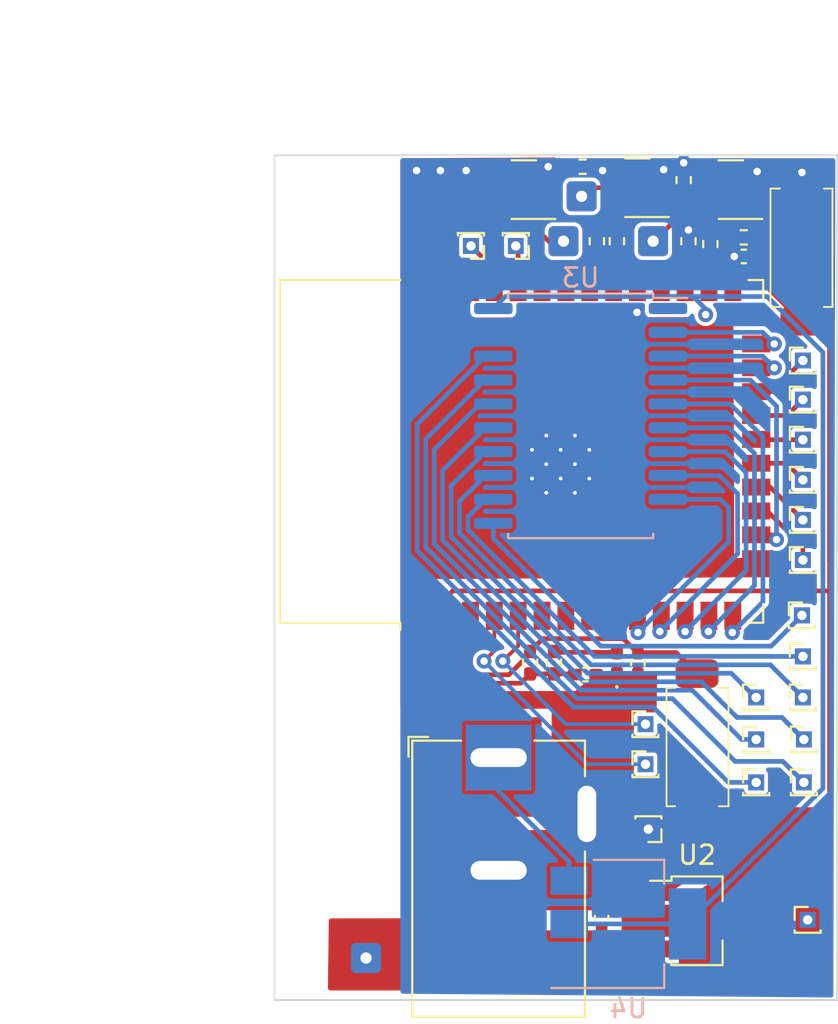
<source format=kicad_pcb>
(kicad_pcb (version 20221018) (generator pcbnew)
  (layers (0 "F.Cu" signal) (31 "B.Cu" signal) (34 "B.Paste" user) (35 "F.Paste" user) (36 "B.SilkS" user "B.Silkscreen") (37 "F.SilkS" user "F.Silkscreen") (38 "B.Mask" user) (39 "F.Mask" user) (44 "Edge.Cuts" user))
  (net 0 "")
  (net 1 "+3.3V")
  (net 2 "EN")
  (net 7 "IO0")
  (net 11 "TX")
  (net 12 "RX")
  (net 14 "+12V")
  (net 15 "GNDREF")
  (net 16 "LED-R")
  (net 17 "LED-G")
  (net 18 "LED-B")
  (net 19 "LED-B-Out")
  (net 20 "LED-R-Out")
  (net 21 "LED-G-Out")
  (net 22 "Net-(Q1-G)")
  (net 23 "Net-(Q2-G)")
  (net 24 "Net-(Q3-G)")
  (net 25 "Net-(D1-A)")
  (net 28 "Net-(J5-Pin_1)")
  (net 29 "+5V")
  (net 30 "Net-(J11-Pin_1)")
  (net 31 "Net-(J12-Pin_1)")
  (net 32 "Net-(J13-Pin_1)")
  (net 33 "Net-(J14-Pin_1)")
  (net 34 "Net-(J15-Pin_1)")
  (net 35 "Net-(J16-Pin_1)")
  (net 36 "Net-(J17-Pin_1)")
  (net 37 "SCS{slash}CMD")
  (net 38 "SCK{slash}SD3")
  (net 39 "SWP{slash}SD3")
  (net 40 "SHD{slash}SD2")
  (net 41 "SDI{slash}SD1")
  (net 42 "SDO{slash}SD0")
  (net 43 "Sensor_VN")
  (net 44 "Sensor_VP")
  (net 45 "RGB-8")
  (net 46 "RGB-7")
  (net 47 "RGB-4")
  (net 48 "RGB-6")
  (net 49 "RGB-5")
  (net 50 "RGB-2")
  (net 51 "RGB-1")
  (net 52 "RGB-3")
  (net 53 "U3-Dir")
  (footprint "Package_TO_SOT_SMD:SOT-23" (layer "F.Cu") (at 163.2435 86.6648 180)
    (fp_text reference "Q3" hide)
    (fp_text value "AO3400A" hide)
  )
  (footprint "Connector_PinHeader_1.00mm:PinHeader_1x01_P1.00mm_Vertical" (layer "F.Cu") (at 167.132 115.9256)
    (fp_text reference "J13" hide)
    (fp_text value "Conn_01x01" hide)
  )
  (footprint "Connector_PinHeader_1.00mm:PinHeader_1x01_P1.00mm_Vertical" (layer "F.Cu") (at 158.6992 117.2464)
    (fp_text reference "J25" hide)
    (fp_text value "Conn_01x01" hide)
  )
  (footprint "Connector_PinHeader_1.00mm:PinHeader_1x01_P1.00mm_Vertical" (layer "F.Cu") (at 167.0812 104.2416)
    (fp_text reference "J20" hide)
    (fp_text value "Conn_01x01" hide)
  )
  (footprint "Package_TO_SOT_SMD:SOT-23" (layer "F.Cu") (at 152.2199 86.6648 180)
    (fp_text reference "Q2" hide)
    (fp_text value "AO3400A" hide)
  )
  (footprint "Connector_PinHeader_1.00mm:PinHeader_1x01_P1.00mm_Vertical" (layer "F.Cu") (at 167.0812 99.9744)
    (fp_text reference "J19" hide)
    (fp_text value "Conn_01x01" hide)
  )
  (footprint "Connector_PinHeader_1.00mm:PinHeader_1x01_P1.00mm_Vertical" (layer "F.Cu") (at 167.0812 113.6904)
    (fp_text reference "J15" hide)
    (fp_text value "Conn_01x01" hide)
  )
  (footprint "Resistor_SMD:R_0402_1005Metric_Pad0.72x0.64mm_HandSolder" (layer "F.Cu") (at 153.8224 111.8403 90)
    (fp_text reference "R9" hide)
    (fp_text value "R" hide)
  )
  (footprint "Resistor_SMD:R_0402_1005Metric_Pad0.72x0.64mm_HandSolder" (layer "F.Cu") (at 155.3464 85.4456)
    (fp_text reference "R4" hide)
    (fp_text value "R=10kΩ" hide)
  )
  (footprint "Connector_PinHeader_1.00mm:PinHeader_1x01_P1.00mm_Vertical" (layer "F.Cu") (at 167.0812 95.758)
    (fp_text reference "J22" hide)
    (fp_text value "Conn_01x01" hide)
  )
  (footprint "Connector_PinHeader_1.00mm:PinHeader_1x01_P1.00mm_Vertical" (layer "F.Cu") (at 167.0812 106.3752)
    (fp_text reference "J21" hide)
    (fp_text value "Conn_01x01" hide)
  )
  (footprint "RF_Module:ESP32-WROOM-32" (layer "F.Cu") (at 155.087 100.5964 90)
    (fp_text reference "U1" hide)
    (fp_text value "ESP32-WROOM-32" hide)
  )
  (footprint "Connector_PinHeader_1.00mm:PinHeader_1x01_P1.00mm_Vertical" (layer "F.Cu") (at 164.592 118.2116)
    (fp_text reference "J5" hide)
    (fp_text value "Conn_01x01" hide)
  )
  (footprint "Button_Switch_SMD:TACTM-34N-F" (layer "F.Cu") (at 161.4424 116.2756 90)
    (fp_text reference "SW1" hide)
    (fp_text value "Reset")
  )
  (footprint "Connector_PinHeader_1.00mm:PinHeader_1x01_P1.00mm_Vertical" (layer "F.Cu") (at 167.0304 109.3216)
    (fp_text reference "J17" hide)
    (fp_text value "Conn_01x01" hide)
  )
  (footprint "Connector_PinHeader_1.00mm:PinHeader_1x01_P1.00mm_Vertical" (layer "F.Cu") (at 164.592 113.6904)
    (fp_text reference "J14" hide)
    (fp_text value "Conn_01x01" hide)
  )
  (footprint "Connector_PinHeader_1.00mm:PinHeader_1x01_P1.00mm_Vertical" (layer "F.Cu") (at 151.7904 89.662 180)
    (fp_text reference "J8" hide)
    (fp_text value "Conn_01x01" hide)
  )
  (footprint "Capacitor_SMD:C_0402_1005Metric_Pad0.74x0.62mm_HandSolder" (layer "F.Cu") (at 155.4988 112.4712 180)
    (fp_text reference "C1" hide)
    (fp_text value "22uF/10V (20%) (NC)" hide)
  )
  (footprint "Connector_Wire:SolderWire-0.1sqmm_1x01_D0.4mm_OD1mm" (layer "F.Cu") (at 154.3304 89.408 180)
    (fp_text reference "J6" hide)
    (fp_text value "Conn_01x01" hide)
  )
  (footprint "Connector_PinHeader_1.00mm:PinHeader_1x01_P1.00mm_Vertical" (layer "F.Cu") (at 149.4028 89.662 180)
    (fp_text reference "J7" hide)
    (fp_text value "Conn_01x01" hide)
  )
  (footprint "Connector_Wire:SolderWire-0.1sqmm_1x01_D0.4mm_OD1mm" (layer "F.Cu") (at 159.1056 89.408)
    (fp_text reference "J3" hide)
    (fp_text value "Conn_01x01" hide)
  )
  (footprint "Package_TO_SOT_SMD:SOT-89-3_Handsoldering" (layer "F.Cu") (at 161.4424 125.5776)
    (fp_text reference "U2")
    (fp_text value "LD1117S33TR" hide)
  )
  (footprint "Connector_BarrelJack:BarrelJack_Horizontal" (layer "F.Cu") (at 150.876 116.8908 90)
    (fp_text reference "J1" hide)
    (fp_text value "Barrel_Jack_MountingPin" hide)
  )
  (footprint "Connector_PinHeader_1.00mm:PinHeader_1x01_P1.00mm_Vertical" (layer "F.Cu") (at 158.8516 120.7008 180)
    (fp_text reference "J9" hide)
    (fp_text value "Conn_01x01" hide)
  )
  (footprint "Connector_PinHeader_1.00mm:PinHeader_1x01_P1.00mm_Vertical" (layer "F.Cu") (at 167.0812 111.506)
    (fp_text reference "J16" hide)
    (fp_text value "Conn_01x01" hide)
  )
  (footprint "Resistor_SMD:R_0402_1005Metric_Pad0.72x0.64mm_HandSolder" (layer "F.Cu") (at 152.5524 111.8403 90)
    (fp_text reference "R7" hide)
    (fp_text value "R=10kΩ" hide)
  )
  (footprint "Resistor_SMD:R_0402_1005Metric_Pad0.72x0.64mm_HandSolder" (layer "F.Cu") (at 156.1084 89.408 90)
    (fp_text reference "R3" hide)
    (fp_text value "R=8,5Ω≈10Ω" hide)
  )
  (footprint "Resistor_SMD:R_0402_1005Metric_Pad0.72x0.64mm_HandSolder" (layer "F.Cu") (at 160.7312 86.1568 90)
    (fp_text reference "R2" hide)
    (fp_text value "R=10kΩ" hide)
  )
  (footprint "Resistor_SMD:R_0402_1005Metric_Pad0.72x0.64mm_HandSolder" (layer "F.Cu") (at 157.1752 89.408 90)
    (fp_text reference "R1" hide)
    (fp_text value "R=8,5Ω≈10Ω" hide)
  )
  (footprint "Capacitor_SMD:C_0402_1005Metric_Pad0.74x0.62mm_HandSolder" (layer "F.Cu") (at 156.3624 125.4252 -90)
    (fp_text reference "C4" hide)
    (fp_text value "22uF/10V (20%) (NC)" hide)
  )
  (footprint "Button_Switch_SMD:TACTM-34N-F" (layer "F.Cu") (at 167.0304 89.8144 -90)
    (fp_text reference "SW2" hide)
    (fp_text value "Boot")
  )
  (footprint "Connector_PinHeader_1.00mm:PinHeader_1x01_P1.00mm_Vertical" (layer "F.Cu") (at 167.0812 102.108)
    (fp_text reference "J18" hide)
    (fp_text value "Conn_01x01" hide)
  )
  (footprint "Resistor_SMD:R_0402_1005Metric_Pad0.72x0.64mm_HandSolder" (layer "F.Cu") (at 163.9316 89.2048)
    (fp_text reference "R8" hide)
    (fp_text value "R=10kΩ" hide)
  )
  (footprint "Diode_SMD:D_0402_1005Metric_Pad0.77x0.64mm_HandSolder" (layer "F.Cu") (at 157.1752 111.8616 90)
    (fp_text reference "D1" hide)
    (fp_text value "LED" hide)
  )
  (footprint "Connector_PinHeader_1.00mm:PinHeader_1x01_P1.00mm_Vertical" (layer "F.Cu") (at 164.592 115.9256)
    (fp_text reference "J12" hide)
    (fp_text value "Conn_01x01" hide)
  )
  (footprint "Resistor_SMD:R_0402_1005Metric_Pad0.72x0.64mm_HandSolder" (layer "F.Cu") (at 160.9852 89.408 90)
    (fp_text reference "R6" hide)
    (fp_text value "R=10kΩ" hide)
  )
  (footprint "Connector_Wire:SolderWire-0.1sqmm_1x01_D0.4mm_OD1mm" (layer "F.Cu") (at 155.2956 87.0204 180)
    (fp_text reference "J4" hide)
    (fp_text value "Conn_01x01" hide)
  )
  (footprint "Connector_PinHeader_1.00mm:PinHeader_1x01_P1.00mm_Vertical" (layer "F.Cu") (at 167.3352 125.5268)
    (fp_text reference "J10" hide)
    (fp_text value "Conn_01x01" hide)
  )
  (footprint "Capacitor_SMD:C_0402_1005Metric_Pad0.74x0.62mm_HandSolder" (layer "F.Cu") (at 163.9316 90.2208)
    (fp_text reference "C3" hide)
    (fp_text value "0.1uF/50V (10%) (NC)" hide)
  )
  (footprint "Connector_PinHeader_1.00mm:PinHeader_1x01_P1.00mm_Vertical" (layer "F.Cu") (at 167.132 118.2116)
    (fp_text reference "J11" hide)
    (fp_text value "Conn_01x01" hide)
  )
  (footprint "Resistor_SMD:R_0402_1005Metric_Pad0.72x0.64mm_HandSolder" (layer "F.Cu") (at 162.1536 89.5604 90)
    (fp_text reference "R5" hide)
    (fp_text value "R=8,5Ω≈10Ω" hide)
  )
  (footprint "Connector_PinHeader_1.00mm:PinHeader_1x01_P1.00mm_Vertical" (layer "F.Cu") (at 167.0812 97.8408)
    (fp_text reference "J23" hide)
    (fp_text value "Conn_01x01" hide)
  )
  (footprint "Connector_PinHeader_1.00mm:PinHeader_1x01_P1.00mm_Vertical" (layer "F.Cu") (at 158.6992 115.1128)
    (fp_text reference "J24" hide)
    (fp_text value "Conn_01x01" hide)
  )
  (footprint "Capacitor_SMD:C_0402_1005Metric_Pad0.74x0.62mm_HandSolder" (layer "F.Cu") (at 158.2928 111.8703 90)
    (fp_text reference "C2" hide)
    (fp_text value "0.1uF/50V (10%) (NC)" hide)
  )
  (footprint "Package_TO_SOT_SMD:SOT-23" (layer "F.Cu") (at 158.2651 86.5632 180)
    (fp_text reference "Q1" hide)
    (fp_text value "AO3400A" hide)
  )
  (footprint "Connector_Wire:SolderWire-0.1sqmm_1x01_D0.4mm_OD1mm" (layer "F.Cu") (at 143.8148 127.5588)
    (fp_text reference "J2" hide)
    (fp_text value "Conn_01x01" hide)
  )
  (footprint "Package_SO:SOIC-20W_7.5x12.8mm_P1.27mm" (layer "B.Cu") (at 155.2448 98.7044 180)
    (fp_text reference "U3")
    (fp_text value "74HC245D")
  )
  (footprint "Package_TO_SOT_SMD:SOT-223-3_TabPin2" (layer "B.Cu") (at 157.7852 125.744)
    (fp_text reference "U4")
    (fp_text value "LDI1117-05H")
  )
  (gr_line (start 138.938 129.794) (end 168.91 129.794) (stroke (width 0.1)) (layer "Edge.Cuts"))
  (gr_line (start 168.91 129.794) (end 168.91 84.836) (stroke (width 0.1)) (layer "Edge.Cuts"))
  (gr_line (start 138.938 84.836) (end 168.91 84.836) (stroke (width 0.1)) (layer "Edge.Cuts"))
  (gr_line (start 138.938 84.836) (end 138.938 129.794) (stroke (width 0.1)) (layer "Edge.Cuts"))
  (segment (start 153.8224 112.4378) (end 154.8979 112.4378) (width 0.25) (layer "F.Cu") (net 1))
  (segment (start 165.1428 88.5598) (end 168.4984 91.9154) (width 0.25) (layer "F.Cu") (net 1))
  (segment (start 159.1307 125.5268) (end 159.0799 125.5776) (width 0.25) (layer "F.Cu") (net 1))
  (segment (start 148.107 108.3464) (end 148.107 109.3464) (width 0.25) (layer "F.Cu") (net 1))
  (segment (start 163.3341 89.2048) (end 163.9791 88.5598) (width 0.25) (layer "F.Cu") (net 1))
  (segment (start 168.5036 106.4632) (end 168.5036 108.0008) (width 0.25) (layer "F.Cu") (net 1))
  (segment (start 152.5524 112.4378) (end 152.0569 112.9333) (width 0.25) (layer "F.Cu") (net 1))
  (segment (start 163.955 108.02) (end 168.4844 108.02) (width 0.25) (layer "F.Cu") (net 1))
  (segment (start 152.0569 112.9333) (end 149.190604 112.9333) (width 0.25) (layer "F.Cu") (net 1))
  (segment (start 163.9791 88.5598) (end 165.1428 88.5598) (width 0.25) (layer "F.Cu") (net 1))
  (segment (start 154.8979 112.4378) (end 154.9313 112.4712) (width 0.25) (layer "F.Cu") (net 1))
  (segment (start 149.190604 112.9333) (end 148.107 111.849696) (width 0.25) (layer "F.Cu") (net 1))
  (segment (start 168.5036 108.0008) (end 168.5036 123.0884) (width 0.25) (layer "F.Cu") (net 1))
  (segment (start 148.4334 108.02) (end 148.107 108.3464) (width 0.25) (layer "F.Cu") (net 1))
  (segment (start 152.5524 112.4378) (end 153.8224 112.4378) (width 0.25) (layer "F.Cu") (net 1))
  (segment (start 168.5036 123.0884) (end 167.3352 124.2568) (width 0.25) (layer "F.Cu") (net 1))
  (segment (start 167.3352 125.5268) (end 159.1307 125.5268) (width 0.25) (layer "F.Cu") (net 1))
  (segment (start 167.3352 124.2568) (end 167.3352 125.5268) (width 0.25) (layer "F.Cu") (net 1))
  (segment (start 168.4844 108.02) (end 168.5036 108.0008) (width 0.25) (layer "F.Cu") (net 1))
  (segment (start 163.955 108.02) (end 148.4334 108.02) (width 0.25) (layer "F.Cu") (net 1))
  (segment (start 168.4984 91.9154) (end 168.4984 106.458) (width 0.25) (layer "F.Cu") (net 1))
  (segment (start 148.107 111.849696) (end 148.107 109.3464) (width 0.25) (layer "F.Cu") (net 1))
  (segment (start 168.4984 106.458) (end 168.5036 106.4632) (width 0.25) (layer "F.Cu") (net 1))
  (segment (start 149.377 112.4833) (end 149.377 109.3464) (width 0.25) (layer "F.Cu") (net 2))
  (segment (start 157.514794 110.5603) (end 158.257294 111.3028) (width 0.25) (layer "F.Cu") (net 2))
  (segment (start 158.2928 111.3028) (end 160.3248 111.3028) (width 0.25) (layer "F.Cu") (net 2))
  (segment (start 151.4227 112.4833) (end 149.377 112.4833) (width 0.25) (layer "F.Cu") (net 2))
  (segment (start 152.5524 111.2428) (end 152.5524 111.3536) (width 0.25) (layer "F.Cu") (net 2))
  (segment (start 152.5524 111.2428) (end 153.2349 110.5603) (width 0.25) (layer "F.Cu") (net 2))
  (segment (start 158.257294 111.3028) (end 158.2928 111.3028) (width 0.25) (layer "F.Cu") (net 2))
  (segment (start 153.2349 110.5603) (end 157.514794 110.5603) (width 0.25) (layer "F.Cu") (net 2))
  (segment (start 160.3248 111.3028) (end 161.4424 112.4204) (width 0.25) (layer "F.Cu") (net 2))
  (segment (start 152.5524 111.3536) (end 151.4227 112.4833) (width 0.25) (layer "F.Cu") (net 2))
  (segment (start 164.5291 90.1908) (end 164.4991 90.2208) (width 0.25) (layer "F.Cu") (net 7))
  (segment (start 163.347 91.8464) (end 164.592 91.8464) (width 0.25) (layer "F.Cu") (net 7))
  (segment (start 164.592 91.8464) (end 165.1698 91.8464) (width 0.25) (layer "F.Cu") (net 7))
  (segment (start 164.4991 91.7535) (end 164.592 91.8464) (width 0.25) (layer "F.Cu") (net 7))
  (segment (start 165.1698 91.8464) (end 166.993 93.6696) (width 0.25) (layer "F.Cu") (net 7))
  (segment (start 164.5291 89.2048) (end 164.5291 90.1908) (width 0.25) (layer "F.Cu") (net 7))
  (segment (start 164.4991 90.2208) (end 164.4991 91.7535) (width 0.25) (layer "F.Cu") (net 7))
  (segment (start 150.647 91.8464) (end 150.647 90.9062) (width 0.25) (layer "F.Cu") (net 11))
  (segment (start 150.647 90.9062) (end 149.4028 89.662) (width 0.25) (layer "F.Cu") (net 11))
  (segment (start 151.917 91.8464) (end 151.917 89.7886) (width 0.25) (layer "F.Cu") (net 12))
  (segment (start 151.917 89.7886) (end 151.7904 89.662) (width 0.25) (layer "F.Cu") (net 12))
  (segment (start 156.45 127.8776) (end 158.2924 127.8776) (width 0.25) (layer "F.Cu") (net 14))
  (segment (start 156.3624 127.8636) (end 147.9296 127.8636) (width 0.25) (layer "F.Cu") (net 14))
  (segment (start 147.9296 127.8636) (end 147.8788 127.8128) (width 0.25) (layer "F.Cu") (net 14))
  (segment (start 156.3624 127.8636) (end 156.4132 127.9144) (width 0.25) (layer "F.Cu") (net 14))
  (segment (start 147.8788 119.888) (end 150.876 116.8908) (width 0.25) (layer "F.Cu") (net 14))
  (segment (start 156.3624 125.9927) (end 156.3624 127.8636) (width 0.25) (layer "F.Cu") (net 14))
  (segment (start 147.8788 127.8128) (end 147.8788 119.888) (width 0.25) (layer "F.Cu") (net 14))
  (segment (start 156.4132 127.9144) (end 156.45 127.8776) (width 0.25) (layer "F.Cu") (net 14))
  (segment (start 154.6352 122.444) (end 150.876 118.6848) (width 0.25) (layer "B.Cu") (net 14))
  (segment (start 154.6352 123.444) (end 154.6352 122.444) (width 0.25) (layer "B.Cu") (net 14))
  (segment (start 150.876 118.6848) (end 150.876 116.8908) (width 0.25) (layer "B.Cu") (net 14))
  (segment (start 157.1752 112.4341) (end 158.2891 112.4341) (width 0.25) (layer "F.Cu") (net 15))
  (segment (start 167.0512 85.7656) (end 167.036 85.7504) (width 0.25) (layer "F.Cu") (net 15))
  (segment (start 153.5176 85.4456) (end 153.4266 85.4456) (width 0.25) (layer "F.Cu") (net 15))
  (segment (start 149.352 85.4456) (end 149.1488 85.6488) (width 0.25) (layer "F.Cu") (net 15))
  (segment (start 163.3641 90.2208) (end 163.4236 90.2208) (width 0.25) (layer "F.Cu") (net 15))
  (segment (start 158.8425 122.4193) (end 158.8512 122.428) (width 0.25) (layer "F.Cu") (net 15))
  (segment (start 167.0304 85.7448) (end 167.0812 85.7956) (width 0.25) (layer "F.Cu") (net 15))
  (segment (start 161.4424 120.2944) (end 161.036 120.7008) (width 0.25) (layer "F.Cu") (net 15))
  (segment (start 158.8512 120.7012) (end 158.8516 120.7008) (width 0.25) (layer "F.Cu") (net 15))
  (segment (start 146.837 92.1262) (end 146.837 91.8464) (width 0.25) (layer "F.Cu") (net 15))
  (segment (start 146.4056 85.5472) (end 146.4056 85.4964) (width 0.25) (layer "F.Cu") (net 15))
  (segment (start 167.0304 85.7504) (end 167.0304 85.7956) (width 0.25) (layer "F.Cu") (net 15))
  (segment (start 151.1443 122.6225) (end 150.876 122.8908) (width 0.25) (layer "F.Cu") (net 15))
  (segment (start 158.2891 112.4341) (end 158.2928 112.4378) (width 0.25) (layer "F.Cu") (net 15))
  (segment (start 167.0304 85.7504) (end 167.0304 85.7448) (width 0.25) (layer "F.Cu") (net 15))
  (segment (start 146.6338 91.6432) (end 146.6338 92.0746) (width 0.25) (layer "F.Cu") (net 15))
  (segment (start 164.597 106.3064) (end 164.597 106.3294) (width 0.25) (layer "F.Cu") (net 15))
  (segment (start 159.2178 85.598) (end 159.2026 85.6132) (width 0.25) (layer "F.Cu") (net 15))
  (segment (start 164.1962 85.6996) (end 164.181 85.7148) (width 0.25) (layer "F.Cu") (net 15))
  (segment (start 146.6338 92.0746) (end 146.7612 92.202) (width 0.25) (layer "F.Cu") (net 15))
  (segment (start 167.036 85.7504) (end 167.0304 85.7504) (width 0.25) (layer "F.Cu") (net 15))
  (segment (start 157.1752 112.4341) (end 156.1034 112.4341) (width 0.25) (layer "F.Cu") (net 15))
  (segment (start 156.4132 85.6488) (end 155.9439 85.6488) (width 0.25) (layer "F.Cu") (net 15))
  (segment (start 146.7612 92.202) (end 146.837 92.1262) (width 0.25) (layer "F.Cu") (net 15))
  (segment (start 158.8512 123.2268) (end 158.8512 122.428) (width 0.25) (layer "F.Cu") (net 15))
  (segment (start 156.1034 112.4341) (end 156.0663 112.4712) (width 0.25) (layer "F.Cu") (net 15))
  (segment (start 156.3587 112.4341) (end 156.3624 112.4378) (width 0.25) (layer "F.Cu") (net 15))
  (segment (start 153.4266 85.4456) (end 153.1574 85.7148) (width 0.25) (layer "F.Cu") (net 15))
  (segment (start 146.5072 85.6488) (end 146.4056 85.5472) (width 0.25) (layer "F.Cu") (net 15))
  (segment (start 159.6644 85.598) (end 159.2178 85.598) (width 0.25) (layer "F.Cu") (net 15))
  (segment (start 163.4236 90.2208) (end 163.306706 90.2208) (width 0.25) (layer "F.Cu") (net 15))
  (via (at 160.7312 85.236) (size 0.8) (drill 0.4) (layers "F.Cu" "B.Cu") (net 15))
  (via (at 156.4132 85.6488) (size 0.8) (drill 0.4) (layers "F.Cu" "B.Cu") (net 15))
  (via (at 163.4236 90.2208) (size 0.8) (drill 0.4) (layers "F.Cu" "B.Cu") (net 15))
  (via (at 153.5176 85.4456) (size 0.8) (drill 0.4) (layers "F.Cu" "B.Cu") (net 15))
  (via (at 149.1488 85.6488) (size 0.8) (drill 0.4) (layers "F.Cu" "B.Cu") (net 15))
  (via (at 160.9852 88.8105) (size 0.8) (drill 0.4) (layers "F.Cu" "B.Cu") (net 15))
  (via (at 158.242 93.195902) (size 0.8) (drill 0.4) (layers "F.Cu" "B.Cu") (net 15))
  (via (at 147.7772 85.6488) (size 0.8) (drill 0.4) (layers "F.Cu" "B.Cu") (net 15))
  (via (at 164.6428 85.6996) (size 0.8) (drill 0.4) (layers "F.Cu" "B.Cu") (net 15))
  (via (at 146.5072 85.6488) (size 0.8) (drill 0.4) (layers "F.Cu" "B.Cu") (net 15))
  (via (at 167.0304 85.7504) (size 0.8) (drill 0.4) (layers "F.Cu" "B.Cu") (net 15))
  (via (at 159.6644 85.598) (size 0.8) (drill 0.4) (layers "F.Cu" "B.Cu") (net 15))
  (segment (start 157.1752 90.0055) (end 155.727 91.4537) (width 0.25) (layer "F.Cu") (net 16))
  (segment (start 155.727 91.4537) (end 155.727 91.8464) (width 0.25) (layer "F.Cu") (net 16))
  (segment (start 155.4793 90.6346) (end 153.3988 90.6346) (width 0.25) (layer "F.Cu") (net 17))
  (segment (start 156.1084 90.0055) (end 155.4793 90.6346) (width 0.25) (layer "F.Cu") (net 17))
  (segment (start 153.187 90.8464) (end 153.187 91.8464) (width 0.25) (layer "F.Cu") (net 17))
  (segment (start 153.3988 90.6346) (end 153.187 90.8464) (width 0.25) (layer "F.Cu") (net 17))
  (segment (start 157.5717 90.6917) (end 156.997 91.2664) (width 0.25) (layer "F.Cu") (net 18))
  (segment (start 156.997 91.2664) (end 156.997 91.8464) (width 0.25) (layer "F.Cu") (net 18))
  (segment (start 161.569 90.6917) (end 157.5717 90.6917) (width 0.25) (layer "F.Cu") (net 18))
  (segment (start 161.569 90.6917) (end 162.1536 90.1071) (width 0.25) (layer "F.Cu") (net 18))
  (segment (start 161.8996 86.6648) (end 159.1564 89.408) (width 0.25) (layer "F.Cu") (net 19))
  (segment (start 159.1564 89.408) (end 159.1056 89.408) (width 0.25) (layer "F.Cu") (net 19))
  (segment (start 162.306 86.6648) (end 161.8996 86.6648) (width 0.25) (layer "F.Cu") (net 19))
  (segment (start 155.8544 86.5632) (end 155.194 87.2236) (width 0.25) (layer "F.Cu") (net 20))
  (segment (start 157.3276 86.5632) (end 155.8544 86.5632) (width 0.25) (layer "F.Cu") (net 20))
  (segment (start 153.642949 89.5096) (end 154.3304 89.5096) (width 0.25) (layer "F.Cu") (net 21))
  (segment (start 151.2824 87.149051) (end 153.642949 89.5096) (width 0.25) (layer "F.Cu") (net 21))
  (segment (start 151.2824 86.6648) (end 151.2824 87.149051) (width 0.25) (layer "F.Cu") (net 21))
  (segment (start 160.7312 86.7543) (end 159.9615 86.7543) (width 0.25) (layer "F.Cu") (net 22))
  (segment (start 157.1752 88.8105) (end 158.4725 87.5132) (width 0.25) (layer "F.Cu") (net 22))
  (segment (start 159.9615 86.7543) (end 159.2026 87.5132) (width 0.25) (layer "F.Cu") (net 22))
  (segment (start 158.4725 87.5132) (end 159.2026 87.5132) (width 0.25) (layer "F.Cu") (net 22))
  (segment (start 153.7314 88.1888) (end 153.1574 87.6148) (width 0.25) (layer "F.Cu") (net 23))
  (segment (start 155.4867 88.1888) (end 153.7314 88.1888) (width 0.25) (layer "F.Cu") (net 23))
  (segment (start 154.7489 85.5859) (end 154.7489 85.4456) (width 0.25) (layer "F.Cu") (net 23))
  (segment (start 153.9869 86.7853) (end 153.9869 86.3479) (width 0.25) (layer "F.Cu") (net 23))
  (segment (start 153.1574 87.6148) (end 153.9869 86.7853) (width 0.25) (layer "F.Cu") (net 23))
  (segment (start 153.9869 86.3479) (end 154.7489 85.5859) (width 0.25) (layer "F.Cu") (net 23))
  (segment (start 156.1084 88.8105) (end 155.4867 88.1888) (width 0.25) (layer "F.Cu") (net 23))
  (segment (start 162.1536 88.9121) (end 162.1536 88.869345) (width 0.25) (layer "F.Cu") (net 24))
  (segment (start 163.408145 87.6148) (end 164.181 87.6148) (width 0.25) (layer "F.Cu") (net 24))
  (segment (start 160.9852 90.0563) (end 161.0094 90.0563) (width 0.25) (layer "F.Cu") (net 24))
  (segment (start 162.1536 88.869345) (end 163.408145 87.6148) (width 0.25) (layer "F.Cu") (net 24))
  (segment (start 161.0094 90.0563) (end 162.1536 88.9121) (width 0.25) (layer "F.Cu") (net 24))
  (segment (start 153.8687 111.2891) (end 157.1752 111.2891) (width 0.25) (layer "F.Cu") (net 25))
  (segment (start 153.8224 111.2428) (end 153.8687 111.2891) (width 0.25) (layer "F.Cu") (net 25))
  (segment (start 150.168049 95.5294) (end 150.5948 95.5294) (width 0.25) (layer "B.Cu") (net 28))
  (segment (start 146.5448 99.152649) (end 150.168049 95.5294) (width 0.25) (layer "B.Cu") (net 28))
  (segment (start 154.866273 114.206) (end 146.5448 105.884527) (width 0.25) (layer "B.Cu") (net 28))
  (segment (start 164.592 118.2116) (end 163.1112 118.2116) (width 0.25) (layer "B.Cu") (net 28))
  (segment (start 159.1056 114.206) (end 154.866273 114.206) (width 0.25) (layer "B.Cu") (net 28))
  (segment (start 163.1112 118.2116) (end 159.1056 114.206) (width 0.25) (layer "B.Cu") (net 28))
  (segment (start 146.5448 105.884527) (end 146.5448 99.152649) (width 0.25) (layer "B.Cu") (net 28))
  (via (at 161.8996 93.3196) (size 0.8) (drill 0.4) (layers "F.Cu" "B.Cu") (net 29))
  (segment (start 161.8996 93.0148) (end 161.2392 92.3544) (width 0.25) (layer "B.Cu") (net 29))
  (segment (start 160.9352 125.744) (end 154.6352 125.744) (width 0.25) (layer "B.Cu") (net 29))
  (segment (start 161.2392 92.3544) (end 151.2298 92.3544) (width 0.25) (layer "B.Cu") (net 29))
  (segment (start 168.148 118.5312) (end 168.148 95.3248) (width 0.25) (layer "B.Cu") (net 29))
  (segment (start 165.1776 92.3544) (end 161.2392 92.3544) (width 0.25) (layer "B.Cu") (net 29))
  (segment (start 168.148 95.3248) (end 165.1776 92.3544) (width 0.25) (layer "B.Cu") (net 29))
  (segment (start 151.2298 92.3544) (end 150.5948 92.9894) (width 0.25) (layer "B.Cu") (net 29))
  (segment (start 161.8996 93.3196) (end 161.8996 93.0148) (width 0.25) (layer "B.Cu") (net 29))
  (segment (start 160.9352 125.744) (end 168.148 118.5312) (width 0.25) (layer "B.Cu") (net 29))
  (segment (start 146.9948 99.944) (end 150.1394 96.7994) (width 0.25) (layer "B.Cu") (net 30))
  (segment (start 167.132 118.2116) (end 166.0144 117.094) (width 0.25) (layer "B.Cu") (net 30))
  (segment (start 155.052669 113.756) (end 146.9948 105.698131) (width 0.25) (layer "B.Cu") (net 30))
  (segment (start 166.0144 117.094) (end 163.4744 117.094) (width 0.25) (layer "B.Cu") (net 30))
  (segment (start 160.1364 113.756) (end 155.052669 113.756) (width 0.25) (layer "B.Cu") (net 30))
  (segment (start 146.9948 105.698131) (end 146.9948 99.944) (width 0.25) (layer "B.Cu") (net 30))
  (segment (start 163.4744 117.094) (end 160.1364 113.756) (width 0.25) (layer "B.Cu") (net 30))
  (segment (start 150.1394 96.7994) (end 150.5948 96.7994) (width 0.25) (layer "B.Cu") (net 30))
  (segment (start 155.239065 113.306) (end 147.4448 105.511735) (width 0.25) (layer "B.Cu") (net 31))
  (segment (start 163.808 115.9256) (end 161.1884 113.306) (width 0.25) (layer "B.Cu") (net 31))
  (segment (start 149.8854 98.0694) (end 150.5948 98.0694) (width 0.25) (layer "B.Cu") (net 31))
  (segment (start 147.4448 100.51) (end 149.8854 98.0694) (width 0.25) (layer "B.Cu") (net 31))
  (segment (start 147.4448 105.511735) (end 147.4448 100.51) (width 0.25) (layer "B.Cu") (net 31))
  (segment (start 161.1884 113.306) (end 155.239065 113.306) (width 0.25) (layer "B.Cu") (net 31))
  (segment (start 164.592 115.9256) (end 163.808 115.9256) (width 0.25) (layer "B.Cu") (net 31))
  (segment (start 150.168049 99.3394) (end 147.8948 101.612649) (width 0.25) (layer "B.Cu") (net 32))
  (segment (start 161.6964 112.8776) (end 163.576 114.7572) (width 0.25) (layer "B.Cu") (net 32))
  (segment (start 155.425461 112.856) (end 161.6964 112.856) (width 0.25) (layer "B.Cu") (net 32))
  (segment (start 165.9636 114.7572) (end 167.132 115.9256) (width 0.25) (layer "B.Cu") (net 32))
  (segment (start 147.8948 101.612649) (end 147.8948 105.325339) (width 0.25) (layer "B.Cu") (net 32))
  (segment (start 147.8948 105.325339) (end 155.425461 112.856) (width 0.25) (layer "B.Cu") (net 32))
  (segment (start 150.5948 99.3394) (end 150.168049 99.3394) (width 0.25) (layer "B.Cu") (net 32))
  (segment (start 161.6964 112.856) (end 161.6964 112.8776) (width 0.25) (layer "B.Cu") (net 32))
  (segment (start 163.576 114.7572) (end 165.9636 114.7572) (width 0.25) (layer "B.Cu") (net 32))
  (segment (start 148.3448 102.432649) (end 150.168049 100.6094) (width 0.25) (layer "B.Cu") (net 33))
  (segment (start 155.611857 112.406) (end 148.3448 105.138943) (width 0.25) (layer "B.Cu") (net 33))
  (segment (start 164.5556 113.6904) (end 163.2712 112.406) (width 0.25) (layer "B.Cu") (net 33))
  (segment (start 164.592 113.6904) (end 164.5556 113.6904) (width 0.25) (layer "B.Cu") (net 33))
  (segment (start 163.2712 112.406) (end 155.611857 112.406) (width 0.25) (layer "B.Cu") (net 33))
  (segment (start 150.168049 100.6094) (end 150.5948 100.6094) (width 0.25) (layer "B.Cu") (net 33))
  (segment (start 148.3448 105.138943) (end 148.3448 102.432649) (width 0.25) (layer "B.Cu") (net 33))
  (segment (start 148.7948 104.952547) (end 155.798253 111.956) (width 0.25) (layer "B.Cu") (net 34))
  (segment (start 150.168049 101.8794) (end 148.7948 103.252649) (width 0.25) (layer "B.Cu") (net 34))
  (segment (start 148.7948 103.252649) (end 148.7948 104.952547) (width 0.25) (layer "B.Cu") (net 34))
  (segment (start 150.5948 101.8794) (end 150.168049 101.8794) (width 0.25) (layer "B.Cu") (net 34))
  (segment (start 165.3468 111.956) (end 167.0812 113.6904) (width 0.25) (layer "B.Cu") (net 34))
  (segment (start 155.798253 111.956) (end 165.3468 111.956) (width 0.25) (layer "B.Cu") (net 34))
  (segment (start 149.2448 104.072649) (end 149.2448 104.766151) (width 0.25) (layer "B.Cu") (net 35))
  (segment (start 155.984649 111.506) (end 167.0812 111.506) (width 0.25) (layer "B.Cu") (net 35))
  (segment (start 149.2448 104.766151) (end 155.984649 111.506) (width 0.25) (layer "B.Cu") (net 35))
  (segment (start 150.5948 103.1494) (end 150.168049 103.1494) (width 0.25) (layer "B.Cu") (net 35))
  (segment (start 150.168049 103.1494) (end 149.2448 104.072649) (width 0.25) (layer "B.Cu") (net 35))
  (segment (start 150.5948 105.2304) (end 156.3254 110.961) (width 0.25) (layer "B.Cu") (net 36))
  (segment (start 156.3254 110.961) (end 165.391 110.961) (width 0.25) (layer "B.Cu") (net 36))
  (segment (start 165.391 110.961) (end 167.0304 109.3216) (width 0.25) (layer "B.Cu") (net 36))
  (segment (start 150.5948 104.4194) (end 150.5948 105.2304) (width 0.25) (layer "B.Cu") (net 36))
  (segment (start 166.1996 101.2264) (end 164.597 101.2264) (width 0.25) (layer "F.Cu") (net 37))
  (segment (start 167.0812 102.108) (end 166.1996 101.2264) (width 0.25) (layer "F.Cu") (net 37))
  (segment (start 167.0812 99.9744) (end 164.615 99.9744) (width 0.25) (layer "F.Cu") (net 38))
  (segment (start 164.615 99.9744) (end 164.597 99.9564) (width 0.25) (layer "F.Cu") (net 38))
  (segment (start 165.336 102.4964) (end 164.597 102.4964) (width 0.25) (layer "F.Cu") (net 39))
  (segment (start 167.0812 104.2416) (end 165.336 102.4964) (width 0.25) (layer "F.Cu") (net 39))
  (segment (start 167.0812 106.3752) (end 167.0812 105.6706) (width 0.25) (layer "F.Cu") (net 40))
  (segment (start 167.0812 105.6706) (end 165.177 103.7664) (width 0.25) (layer "F.Cu") (net 40))
  (segment (start 165.177 103.7664) (end 164.597 103.7664) (width 0.25) (layer "F.Cu") (net 40))
  (segment (start 165.4228 97.4164) (end 164.597 97.4164) (width 0.25) (layer "F.Cu") (net 41))
  (segment (start 167.0812 95.758) (end 165.4228 97.4164) (width 0.25) (layer "F.Cu") (net 41))
  (segment (start 167.0812 97.8408) (end 166.2356 98.6864) (width 0.25) (layer "F.Cu") (net 42))
  (segment (start 166.2356 98.6864) (end 164.597 98.6864) (width 0.25) (layer "F.Cu") (net 42))
  (segment (start 151.917 110.942803) (end 151.917 109.3464) (width 0.2) (layer "F.Cu") (net 43))
  (segment (start 151.101003 111.7588) (end 151.917 110.942803) (width 0.2) (layer "F.Cu") (net 43))
  (via (at 151.101003 111.7588) (size 0.8) (drill 0.4) (layers "F.Cu" "B.Cu") (net 43))
  (segment (start 158.6992 115.1128) (end 154.455003 115.1128) (width 0.2) (layer "B.Cu") (net 43))
  (segment (start 154.455003 115.1128) (end 151.101003 111.7588) (width 0.2) (layer "B.Cu") (net 43))
  (segment (start 150.647 111.2133) (end 150.1015 111.7588) (width 0.2) (layer "F.Cu") (net 44))
  (segment (start 150.647 109.3464) (end 150.647 111.2133) (width 0.2) (layer "F.Cu") (net 44))
  (via (at 150.1015 111.7588) (size 0.8) (drill 0.4) (layers "F.Cu" "B.Cu") (net 44))
  (segment (start 158.6992 117.2464) (end 155.5891 117.2464) (width 0.2) (layer "B.Cu") (net 44))
  (segment (start 155.5891 117.2464) (end 150.1015 111.7588) (width 0.2) (layer "B.Cu") (net 44))
  (via (at 158.2928 110.236) (size 0.8) (drill 0.4) (layers "F.Cu" "B.Cu") (net 45))
  (segment (start 158.2928 110.236) (end 163.1244 105.4044) (width 0.25) (layer "B.Cu") (net 45))
  (segment (start 163.1244 105.4044) (end 163.1244 103.5868) (width 0.25) (layer "B.Cu") (net 45))
  (segment (start 163.1244 103.5868) (end 162.687 103.1494) (width 0.25) (layer "B.Cu") (net 45))
  (segment (start 162.687 103.1494) (end 159.8948 103.1494) (width 0.25) (layer "B.Cu") (net 45))
  (via (at 159.4612 110.1852) (size 0.8) (drill 0.4) (layers "F.Cu" "B.Cu") (net 46))
  (segment (start 159.4612 110.1852) (end 163.601601 106.044799) (width 0.25) (layer "B.Cu") (net 46))
  (segment (start 163.601601 106.044799) (end 163.601601 102.844801) (width 0.25) (layer "B.Cu") (net 46))
  (segment (start 163.601601 102.844801) (end 162.6362 101.8794) (width 0.25) (layer "B.Cu") (net 46))
  (segment (start 162.6362 101.8794) (end 159.8948 101.8794) (width 0.25) (layer "B.Cu") (net 46))
  (segment (start 163.322 110.236) (end 163.322 109.3714) (width 0.25) (layer "F.Cu") (net 47))
  (segment (start 163.322 109.3714) (end 163.347 109.3464) (width 0.25) (layer "F.Cu") (net 47))
  (via (at 163.322 110.236) (size 0.8) (drill 0.4) (layers "F.Cu" "B.Cu") (net 47))
  (segment (start 163.322 110.236) (end 164.951601 108.606399) (width 0.25) (layer "B.Cu") (net 47))
  (segment (start 163.199001 98.0694) (end 159.8948 98.0694) (width 0.25) (layer "B.Cu") (net 47))
  (segment (start 164.951601 99.822) (end 163.199001 98.0694) (width 0.25) (layer "B.Cu") (net 47))
  (segment (start 164.951601 108.606399) (end 164.951601 99.822) (width 0.25) (layer "B.Cu") (net 47))
  (segment (start 160.807 109.3464) (end 160.807 110.414317) (width 0.25) (layer "F.Cu") (net 48))
  (via (at 160.807 110.1852) (size 0.8) (drill 0.4) (layers "F.Cu" "B.Cu") (net 48))
  (segment (start 164.051601 101.718404) (end 162.942597 100.6094) (width 0.25) (layer "B.Cu") (net 48))
  (segment (start 164.051601 106.940599) (end 164.051601 101.718404) (width 0.25) (layer "B.Cu") (net 48))
  (segment (start 160.807 110.1852) (end 164.051601 106.940599) (width 0.25) (layer "B.Cu") (net 48))
  (segment (start 162.942597 100.6094) (end 159.8948 100.6094) (width 0.25) (layer "B.Cu") (net 48))
  (segment (start 162.052 109.3714) (end 162.077 109.3464) (width 0.25) (layer "F.Cu") (net 49))
  (segment (start 162.052 110.1852) (end 162.052 109.3714) (width 0.25) (layer "F.Cu") (net 49))
  (via (at 162.052 110.1852) (size 0.8) (drill 0.4) (layers "F.Cu" "B.Cu") (net 49))
  (segment (start 161.5712 99.3394) (end 163.138597 99.3394) (width 0.25) (layer "B.Cu") (net 49))
  (segment (start 163.138597 99.3394) (end 164.501601 100.702404) (width 0.25) (layer "B.Cu") (net 49))
  (segment (start 164.501601 107.735599) (end 164.501601 100.702404) (width 0.25) (layer "B.Cu") (net 49))
  (segment (start 162.201151 99.3394) (end 159.8948 99.3394) (width 0.25) (layer "B.Cu") (net 49))
  (segment (start 162.052 110.1852) (end 164.501601 107.735599) (width 0.25) (layer "B.Cu") (net 49))
  (segment (start 165.5572 96.1464) (end 164.597 96.1464) (width 0.25) (layer "F.Cu") (net 50))
  (via (at 165.5572 96.1464) (size 0.8) (drill 0.4) (layers "F.Cu" "B.Cu") (net 50))
  (segment (start 164.9402 95.5294) (end 159.8948 95.5294) (width 0.25) (layer "B.Cu") (net 50))
  (segment (start 165.5572 96.1464) (end 164.9402 95.5294) (width 0.25) (layer "B.Cu") (net 50))
  (segment (start 165.5572 94.8764) (end 164.597 94.8764) (width 0.25) (layer "F.Cu") (net 51))
  (via (at 165.5572 94.8764) (size 0.8) (drill 0.4) (layers "F.Cu" "B.Cu") (net 51))
  (segment (start 164.9402 94.2594) (end 159.8948 94.2594) (width 0.25) (layer "B.Cu") (net 51))
  (segment (start 165.5572 94.8764) (end 164.9402 94.2594) (width 0.25) (layer "B.Cu") (net 51))
  (segment (start 165.422402 105.0364) (end 165.676601 105.290599) (width 0.25) (layer "F.Cu") (net 52))
  (segment (start 164.597 105.0364) (end 165.422402 105.0364) (width 0.25) (layer "F.Cu") (net 52))
  (via (at 165.676601 105.290599) (size 0.8) (drill 0.4) (layers "F.Cu" "B.Cu") (net 52))
  (segment (start 164.288596 96.7994) (end 159.8948 96.7994) (width 0.25) (layer "B.Cu") (net 52))
  (segment (start 165.676601 105.290599) (end 165.676601 98.187405) (width 0.25) (layer "B.Cu") (net 52))
  (segment (start 165.676601 98.187405) (end 164.288596 96.7994) (width 0.25) (layer "B.Cu") (net 52))
  (zone (net 14) (net_name "+12V") (layer "F.Cu") (priority 2) (connect_pads yes (clearance 0)) (min_thickness 0.25) (fill yes (thermal_gap 0.5) (thermal_bridge_width 0.5))
    (polygon (pts (xy 153.162 114.73859) (xy 153.2128 120.0404) (xy 149.0472 120.0404) (xy 148.5392 120.5484) (xy 148.5392 126.0856) (xy 157.0228 126.0856) (xy 157.0228 126.746) (xy 156.8704 126.8984) (xy 159.3088 126.8984) (xy 159.3596 126.8476) (xy 159.4104 126.8984) (xy 159.4104 129.286) (xy 141.7828 129.286) (xy 141.8336 125.45116) (xy 145.676348 125.443252) (xy 145.6944 117.1448) (xy 148.4884 114.808)))
  )
  (zone (net 15) (net_name "GNDREF") (layer "F.Cu") (priority 4) (connect_pads yes (clearance 0)) (min_thickness 0.25) (fill yes (thermal_gap 0.5) (thermal_bridge_width 0.5))
    (polygon (pts (xy 156.130427 112.347573) (xy 154.962007 113.347907) (xy 147.339695 113.358239) (xy 147.3303 107.389024) (xy 165.749309 107.288552) (xy 165.7096 106.193542) (xy 163.429007 106.2736) (xy 163.3751 93.449275) (xy 147.181097 93.472) (xy 147.19925 85.9536) (xy 153.974626 85.898684) (xy 153.974094 84.952978) (xy 145.6436 84.988401) (xy 145.6436 114.33245) (xy 153.70491 114.286059) (xy 153.647119 121.070593) (xy 153.974181 120.734895) (xy 149.3012 120.795781) (xy 149.3012 125.0188) (xy 149.3012 125.0188) (xy 156.464 125.0188) (xy 156.464 125.0188) (xy 156.464 123.997956) (xy 160.0708 124.0028) (xy 162.814 122.2756) (xy 162.814 119.4308) (xy 159.2072 119.4308) (xy 159.318849 112.408786)))
  )
  (zone (net 1) (net_name "+3.3V") (layer "F.Cu") (priority 4) (connect_pads yes (clearance 0)) (min_thickness 0.25) (fill yes (thermal_gap 0.5) (thermal_bridge_width 0.5))
    (polygon (pts (xy 157.4292 124.46) (xy 157.4292 126.5936) (xy 159.9692 126.5936) (xy 160.4772 127.0508) (xy 160.4772 128.524) (xy 161.29 129.3368) (xy 168.656 129.286) (xy 168.656 119.888) (xy 168.3004 119.5324) (xy 163.5252 119.5324) (xy 163.2204 119.8372) (xy 163.2204 122.8852) (xy 160.8836 124.3584)))
  )
  (zone (net 15) (net_name "GNDREF") (layer "B.Cu") (priority 1) (connect_pads yes (clearance 0)) (min_thickness 0.25) (fill yes (thermal_gap 0.5) (thermal_bridge_width 0.5))
    (polygon (pts (xy 145.6436 84.988401) (xy 168.81065 84.988401) (xy 168.700615 129.662746) (xy 145.6436 129.458633) (xy 145.6436 86.2584)))
  )
)
</source>
